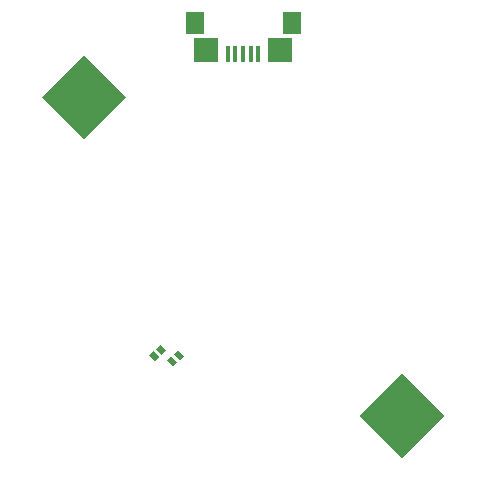
<source format=gbp>
G75*
%MOIN*%
%OFA0B0*%
%FSLAX25Y25*%
%IPPOS*%
%LPD*%
%AMOC8*
5,1,8,0,0,1.08239X$1,22.5*
%
%ADD10R,0.08268X0.07874*%
%ADD11R,0.06299X0.07480*%
%ADD12R,0.01575X0.05315*%
%ADD13R,0.20000X0.20000*%
%ADD14R,0.01969X0.02756*%
D10*
X0077795Y0158748D03*
X0102205Y0158748D03*
D11*
X0073858Y0168000D03*
X0106142Y0168000D03*
D12*
X0084882Y0157469D03*
X0087441Y0157469D03*
X0090000Y0157469D03*
X0092559Y0157469D03*
X0095118Y0157469D03*
D13*
G36*
X0143033Y0051109D02*
X0157175Y0036967D01*
X0143033Y0022825D01*
X0128891Y0036967D01*
X0143033Y0051109D01*
G37*
G36*
X0036967Y0157175D02*
X0051109Y0143033D01*
X0036967Y0128891D01*
X0022825Y0143033D01*
X0036967Y0157175D01*
G37*
D14*
G36*
X0061002Y0059250D02*
X0062394Y0060642D01*
X0064342Y0058694D01*
X0062950Y0057302D01*
X0061002Y0059250D01*
G37*
G36*
X0058775Y0057023D02*
X0060167Y0058415D01*
X0062115Y0056467D01*
X0060723Y0055075D01*
X0058775Y0057023D01*
G37*
G36*
X0066956Y0057562D02*
X0068348Y0058954D01*
X0070296Y0057006D01*
X0068904Y0055614D01*
X0066956Y0057562D01*
G37*
G36*
X0064729Y0055335D02*
X0066121Y0056727D01*
X0068069Y0054779D01*
X0066677Y0053387D01*
X0064729Y0055335D01*
G37*
M02*

</source>
